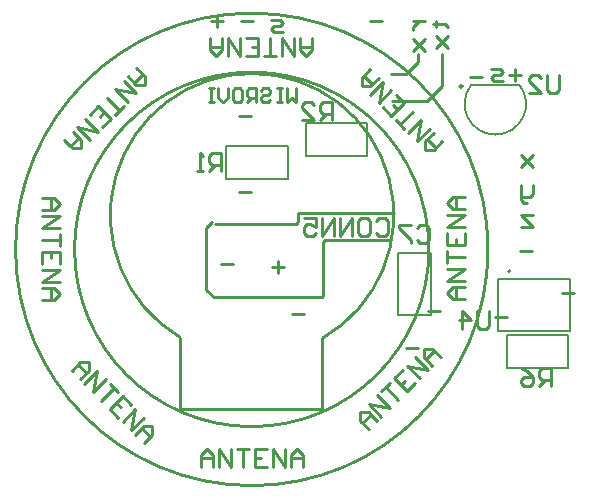
<source format=gbo>
G04 Layer_Color=32896*
%FSLAX24Y24*%
%MOIN*%
G70*
G01*
G75*
%ADD16C,0.0100*%
%ADD29C,0.0098*%
%ADD31C,0.0079*%
%ADD51C,0.0050*%
D16*
X4388Y1599D02*
G03*
X-380Y1625I-2362J4092D01*
G01*
X9890Y4550D02*
G03*
X9890Y4550I-7874J0D01*
G01*
X7921D02*
G03*
X7921Y4550I-5906J0D01*
G01*
X8350Y10000D02*
Y11050D01*
X7850Y9500D02*
X8350Y10000D01*
X6700Y9500D02*
X7850D01*
X7550Y10800D02*
Y11050D01*
X7150Y10400D02*
X7550Y10800D01*
X6650Y10400D02*
X7150D01*
X500Y5250D02*
X700Y5450D01*
X500Y3200D02*
Y5250D01*
Y3200D02*
X750Y2950D01*
X4350D01*
X4400Y3000D01*
Y4798D01*
X4452Y4850D01*
X6650D01*
X3562Y5750D02*
X6750D01*
X3550Y5738D02*
X3562Y5750D01*
X3550Y5450D02*
Y5738D01*
X3500Y5400D02*
X3550Y5450D01*
X800Y5400D02*
X3500D01*
X4359Y-762D02*
Y1600D01*
X-366Y-762D02*
X4359D01*
X-366D02*
Y1600D01*
X3500Y9922D02*
Y9450D01*
X3343Y9607D01*
X3185Y9450D01*
Y9922D01*
X3028D02*
X2870D01*
X2949D01*
Y9450D01*
X3028D01*
X2870D01*
X2319Y9844D02*
X2398Y9922D01*
X2555D01*
X2634Y9844D01*
Y9765D01*
X2555Y9686D01*
X2398D01*
X2319Y9607D01*
Y9529D01*
X2398Y9450D01*
X2555D01*
X2634Y9529D01*
X2162Y9450D02*
Y9922D01*
X1926D01*
X1847Y9844D01*
Y9686D01*
X1926Y9607D01*
X2162D01*
X2004D02*
X1847Y9450D01*
X1453Y9922D02*
X1611D01*
X1690Y9844D01*
Y9529D01*
X1611Y9450D01*
X1453D01*
X1375Y9529D01*
Y9844D01*
X1453Y9922D01*
X1217D02*
Y9607D01*
X1060Y9450D01*
X902Y9607D01*
Y9922D01*
X745D02*
X588D01*
X666D01*
Y9450D01*
X745D01*
X588D01*
X6350Y12150D02*
X5950D01*
X8050Y12050D02*
X8150D01*
Y12150D01*
Y11950D01*
Y12050D01*
X8450D01*
X8550Y11950D01*
X8150Y11650D02*
X8550Y11250D01*
X8350Y11450D01*
X8150Y11250D01*
X8550Y11650D01*
X7400Y12150D02*
X7800D01*
X7600D01*
X7500Y12050D01*
X7400Y11950D01*
Y11850D01*
Y11550D02*
X7800Y11150D01*
X7600Y11350D01*
X7400Y11150D01*
X7800Y11550D01*
X3050Y11800D02*
X2750D01*
X2650Y11900D01*
X2750Y12000D01*
X2950D01*
X3050Y12100D01*
X2950Y12200D01*
X2650D01*
X650Y12150D02*
X1050D01*
X850Y12350D02*
Y11950D01*
X1650Y12150D02*
X2050D01*
X3350Y2400D02*
X3750D01*
X2700Y3950D02*
X3100D01*
X2900Y4150D02*
Y3750D01*
X1000Y4050D02*
X1400D01*
X7900Y2500D02*
X8300D01*
X1600Y9000D02*
X2000D01*
X1600Y6450D02*
X2000D01*
X7150Y1250D02*
X7550D01*
X10124Y2300D02*
X10524D01*
X12350Y3100D02*
X12750D01*
X11000Y7700D02*
X11400Y7300D01*
X11200Y7500D01*
X11400Y7700D01*
X11000Y7300D01*
X11400Y6700D02*
Y6400D01*
X11300Y6300D01*
X11000D01*
Y6200D01*
X11100Y6100D01*
X11200D01*
X11000Y6300D02*
Y6700D01*
X11000Y5300D02*
X11400D01*
X11000Y5700D01*
X11400D01*
X10000Y10550D02*
X10300D01*
X10400Y10450D01*
X10300Y10350D01*
X10100D01*
X10000Y10250D01*
X10100Y10150D01*
X10400D01*
X11350Y4500D02*
X10950D01*
X11000Y10350D02*
X10600D01*
X10800Y10150D02*
Y10550D01*
X9700Y10300D02*
X9300D01*
X7526Y5260D02*
X7626Y5360D01*
X7826D01*
X7926Y5260D01*
Y4860D01*
X7826Y4760D01*
X7626D01*
X7526Y4860D01*
X7326Y5360D02*
X6926D01*
Y5260D01*
X7326Y4860D01*
Y4760D01*
X6150Y5500D02*
X6250Y5600D01*
X6450D01*
X6550Y5500D01*
Y5100D01*
X6450Y5000D01*
X6250D01*
X6150Y5100D01*
X5650Y5600D02*
X5850D01*
X5950Y5500D01*
Y5100D01*
X5850Y5000D01*
X5650D01*
X5550Y5100D01*
Y5500D01*
X5650Y5600D01*
X5350Y5000D02*
Y5600D01*
X4951Y5000D01*
Y5600D01*
X4751Y5000D02*
Y5600D01*
X4351Y5000D01*
Y5600D01*
X3751D02*
X4151D01*
Y5300D01*
X3951Y5400D01*
X3851D01*
X3751Y5300D01*
Y5100D01*
X3851Y5000D01*
X4051D01*
X4151Y5100D01*
X9934Y2500D02*
Y2000D01*
X9834Y1900D01*
X9634D01*
X9534Y2000D01*
Y2500D01*
X9035Y1900D02*
Y2500D01*
X9334Y2200D01*
X8935D01*
X11984Y0D02*
Y600D01*
X11684D01*
X11584Y500D01*
Y300D01*
X11684Y200D01*
X11984D01*
X11784D02*
X11584Y0D01*
X10985Y600D02*
X11185Y500D01*
X11384Y300D01*
Y100D01*
X11284Y0D01*
X11085D01*
X10985Y100D01*
Y200D01*
X11085Y300D01*
X11384D01*
X4700Y8850D02*
Y9450D01*
X4400D01*
X4300Y9350D01*
Y9150D01*
X4400Y9050D01*
X4700D01*
X4500D02*
X4300Y8850D01*
X3700D02*
X4100D01*
X3700Y9250D01*
Y9350D01*
X3800Y9450D01*
X4000D01*
X4100Y9350D01*
X1000Y7150D02*
Y7750D01*
X700D01*
X600Y7650D01*
Y7450D01*
X700Y7350D01*
X1000D01*
X800D02*
X600Y7150D01*
X400D02*
X200D01*
X300D01*
Y7750D01*
X400Y7650D01*
X12250Y10350D02*
Y9850D01*
X12150Y9750D01*
X11950D01*
X11850Y9850D01*
Y10350D01*
X11250Y9750D02*
X11650D01*
X11250Y10150D01*
Y10250D01*
X11350Y10350D01*
X11550D01*
X11650Y10250D01*
X4016Y11600D02*
Y11200D01*
X3816Y11000D01*
X3616Y11200D01*
Y11600D01*
Y11300D01*
X4016D01*
X3416Y11600D02*
Y11000D01*
X3016Y11600D01*
Y11000D01*
X2816D02*
X2416D01*
X2616D01*
Y11600D01*
X1816Y11000D02*
X2216D01*
Y11600D01*
X1816D01*
X2216Y11300D02*
X2016D01*
X1617Y11600D02*
Y11000D01*
X1217Y11600D01*
Y11000D01*
X1017Y11600D02*
Y11200D01*
X817Y11000D01*
X617Y11200D01*
Y11600D01*
Y11300D01*
X1017D01*
X316Y-2700D02*
Y-2300D01*
X516Y-2100D01*
X716Y-2300D01*
Y-2700D01*
Y-2400D01*
X316D01*
X916Y-2700D02*
Y-2100D01*
X1315Y-2700D01*
Y-2100D01*
X1515D02*
X1915D01*
X1715D01*
Y-2700D01*
X2515Y-2100D02*
X2115D01*
Y-2700D01*
X2515D01*
X2115Y-2400D02*
X2315D01*
X2715Y-2700D02*
Y-2100D01*
X3115Y-2700D01*
Y-2100D01*
X3315Y-2700D02*
Y-2300D01*
X3515Y-2100D01*
X3715Y-2300D01*
Y-2700D01*
Y-2400D01*
X3315D01*
X9116Y2900D02*
X8716D01*
X8516Y3100D01*
X8716Y3300D01*
X9116D01*
X8816D01*
Y2900D01*
X9116Y3500D02*
X8516D01*
X9116Y3900D01*
X8516D01*
Y4100D02*
Y4499D01*
Y4300D01*
X9116D01*
X8516Y5099D02*
Y4699D01*
X9116D01*
Y5099D01*
X8816Y4699D02*
Y4899D01*
X9116Y5299D02*
X8516D01*
X9116Y5699D01*
X8516D01*
X9116Y5899D02*
X8716D01*
X8516Y6099D01*
X8716Y6299D01*
X9116D01*
X8816D01*
Y5899D01*
X-4984Y6250D02*
X-4584D01*
X-4384Y6050D01*
X-4584Y5850D01*
X-4984D01*
X-4684D01*
Y6250D01*
X-4984Y5650D02*
X-4384D01*
X-4984Y5250D01*
X-4384D01*
Y5050D02*
Y4651D01*
Y4850D01*
X-4984D01*
X-4384Y4051D02*
Y4451D01*
X-4984D01*
Y4051D01*
X-4684Y4451D02*
Y4251D01*
X-4984Y3851D02*
X-4384D01*
X-4984Y3451D01*
X-4384D01*
X-4984Y3251D02*
X-4584D01*
X-4384Y3051D01*
X-4584Y2851D01*
X-4984D01*
X-4684D01*
Y3251D01*
X-1834Y10600D02*
X-1552Y10317D01*
Y10035D01*
X-1834Y10035D01*
X-2117Y10317D01*
X-1905Y10105D01*
X-1622Y10388D01*
X-2258Y10176D02*
X-1834Y9752D01*
X-2541Y9893D01*
X-2117Y9469D01*
X-2258Y9328D02*
X-2541Y9045D01*
X-2400Y9186D01*
X-2824Y9610D01*
X-2965Y8621D02*
X-2683Y8903D01*
X-3107Y9328D01*
X-3389Y9045D01*
X-2895Y9116D02*
X-3036Y8974D01*
X-3531Y8903D02*
X-3107Y8479D01*
X-3814Y8621D01*
X-3389Y8197D01*
X-3955Y8479D02*
X-3672Y8197D01*
Y7914D01*
X-3955D01*
X-4238Y8197D01*
X-4026Y7985D01*
X-3743Y8267D01*
X-3984Y500D02*
X-3702Y783D01*
X-3419D01*
X-3419Y500D01*
X-3702Y217D01*
X-3489Y429D01*
X-3772Y712D01*
X-3560Y76D02*
X-3136Y500D01*
X-3277Y-207D01*
X-2853Y217D01*
X-2712Y76D02*
X-2429Y-207D01*
X-2571Y-66D01*
X-2995Y-490D01*
X-2005Y-631D02*
X-2288Y-348D01*
X-2712Y-772D01*
X-2429Y-1055D01*
X-2500Y-560D02*
X-2358Y-702D01*
X-2288Y-1197D02*
X-1864Y-772D01*
X-2005Y-1479D01*
X-1581Y-1055D01*
X-1864Y-1621D02*
X-1581Y-1338D01*
X-1298D01*
Y-1621D01*
X-1581Y-1903D01*
X-1369Y-1691D01*
X-1652Y-1409D01*
X8366Y8150D02*
X8083Y7867D01*
X7800D01*
X7800Y8150D01*
X8083Y8433D01*
X7871Y8221D01*
X8154Y7938D01*
X7942Y8574D02*
X7517Y8150D01*
X7659Y8857D01*
X7235Y8433D01*
X7093Y8574D02*
X6811Y8857D01*
X6952Y8716D01*
X7376Y9140D01*
X6386Y9281D02*
X6669Y8998D01*
X7093Y9422D01*
X6811Y9705D01*
X6881Y9210D02*
X6740Y9352D01*
X6669Y9847D02*
X6245Y9422D01*
X6386Y10129D01*
X5962Y9705D01*
X6245Y10271D02*
X5962Y9988D01*
X5680D01*
Y10271D01*
X5962Y10553D01*
X5750Y10341D01*
X6033Y10059D01*
X5916Y-1450D02*
X5633Y-1167D01*
Y-884D01*
X5916Y-884D01*
X6198Y-1167D01*
X5986Y-955D01*
X5704Y-1238D01*
X6340Y-1026D02*
X5916Y-602D01*
X6623Y-743D01*
X6198Y-319D01*
X6340Y-178D02*
X6623Y105D01*
X6481Y-36D01*
X6905Y-460D01*
X7047Y529D02*
X6764Y247D01*
X7188Y-178D01*
X7471Y105D01*
X6976Y34D02*
X7117Y176D01*
X7612Y247D02*
X7188Y671D01*
X7895Y529D01*
X7471Y953D01*
X8036Y671D02*
X7754Y953D01*
Y1236D01*
X8036D01*
X8319Y953D01*
X8107Y1165D01*
X7824Y883D01*
D29*
X9042Y9983D02*
G03*
X9042Y9983I-49J0D01*
G01*
D31*
X10633Y3824D02*
G03*
X10633Y3824I-39J0D01*
G01*
X9328Y10030D02*
G03*
X10941Y10030I807J-630D01*
G01*
X6883Y3754D02*
Y3912D01*
Y4424D01*
Y2376D02*
Y3203D01*
X7513Y2376D02*
X7985D01*
Y4424D01*
X6883D02*
X7985D01*
X6883Y3203D02*
Y3754D01*
Y2376D02*
X7513D01*
X1161Y7371D02*
Y8001D01*
X1987Y8001D02*
X2539Y8001D01*
X3208Y6899D02*
Y8001D01*
X1161Y6899D02*
X3208D01*
X1161D02*
Y7371D01*
Y8001D02*
X1987Y8001D01*
X2696Y8001D02*
X3208D01*
X2539D02*
X2696D01*
X5858Y7649D02*
Y8279D01*
X4480Y7649D02*
X5031D01*
X3811D02*
Y8751D01*
X5858D01*
Y8279D02*
Y8751D01*
X5031Y7649D02*
X5858D01*
X3811D02*
X4322D01*
X4480D01*
X9328Y10030D02*
X10941D01*
X12558Y599D02*
Y1229D01*
X11180Y599D02*
X11731D01*
X10511D02*
Y1701D01*
X12558D01*
Y1229D02*
Y1701D01*
X11731Y599D02*
X12558D01*
X10511D02*
X11022D01*
X11180D01*
D51*
X12624Y1846D02*
Y3575D01*
X10223Y1846D02*
X12624D01*
X10223D02*
Y3575D01*
X12624D01*
M02*

</source>
